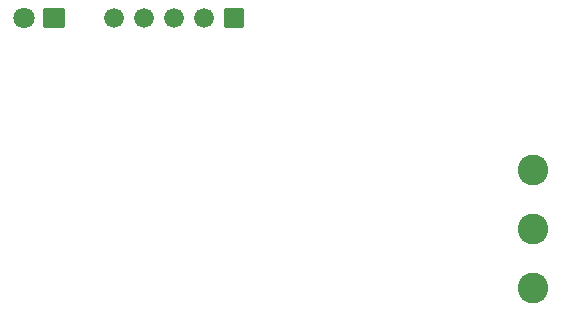
<source format=gbs>
G04 Layer: BottomSolderMaskLayer*
G04 EasyEDA v6.5.40, 2024-08-17 15:48:36*
G04 cb6e2e9fbd21486d88ae5690d2d3dc00,10*
G04 Gerber Generator version 0.2*
G04 Scale: 100 percent, Rotated: No, Reflected: No *
G04 Dimensions in millimeters *
G04 leading zeros omitted , absolute positions ,4 integer and 5 decimal *
%FSLAX45Y45*%
%MOMM*%

%AMMACRO1*1,1,$1,$2,$3*1,1,$1,$4,$5*1,1,$1,0-$2,0-$3*1,1,$1,0-$4,0-$5*20,1,$1,$2,$3,$4,$5,0*20,1,$1,$4,$5,0-$2,0-$3,0*20,1,$1,0-$2,0-$3,0-$4,0-$5,0*20,1,$1,0-$4,0-$5,$2,$3,0*4,1,4,$2,$3,$4,$5,0-$2,0-$3,0-$4,0-$5,$2,$3,0*%
%ADD10C,1.6764*%
%ADD11MACRO1,0.1016X0.7874X-0.7874X-0.7874X-0.7874*%
%ADD12MACRO1,0.1016X0.85X-0.7874X-0.85X-0.7874*%
%ADD13C,1.8016*%
%ADD14C,2.6016*%

%LPD*%
D10*
G01*
X1524002Y3822700D03*
G01*
X1778002Y3822700D03*
G01*
X2032002Y3822700D03*
G01*
X2286002Y3822700D03*
D11*
G01*
X2540002Y3822700D03*
D12*
G01*
X1016001Y3822700D03*
D13*
G01*
X762002Y3822700D03*
D14*
G01*
X5071874Y2032000D03*
G01*
X5071874Y2531871D03*
G01*
X5071874Y1531873D03*
M02*

</source>
